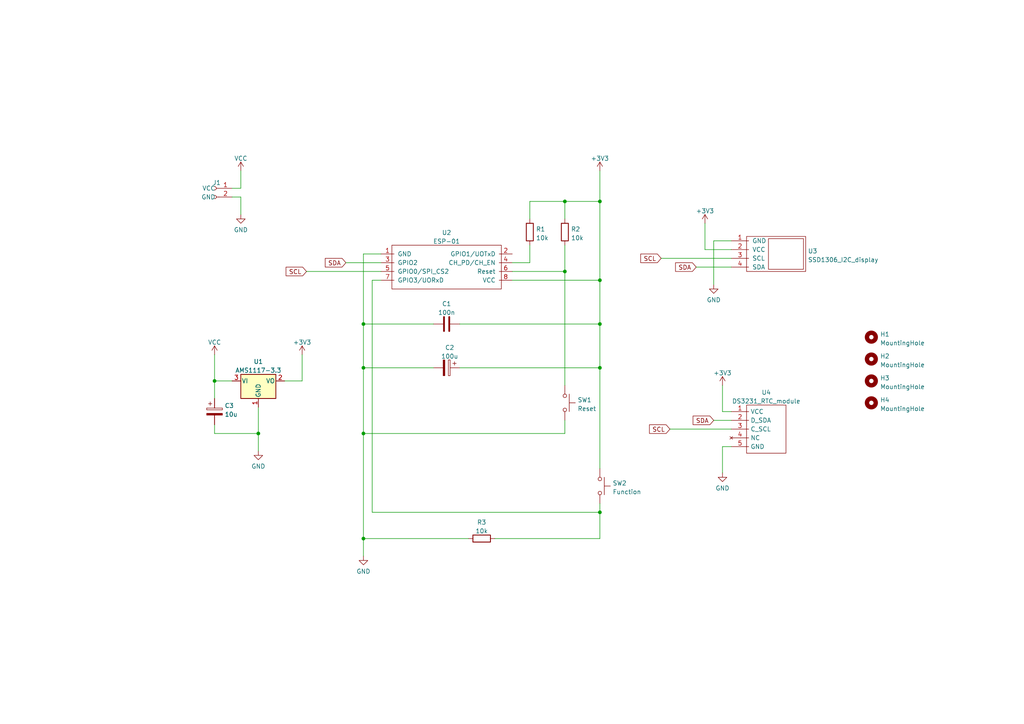
<source format=kicad_sch>
(kicad_sch (version 20211123) (generator eeschema)
  (paper "A4")
  (lib_symbols
    (symbol "Device:C" (pin_numbers hide) (pin_names (offset 0.254))
      (property "Reference" "C" (at 0.635 2.54 0))
      (property "Value" "C" (at 0.635 -2.54 0))
      (symbol "C_0_1"
        (polyline (pts (xy -2.032 -0.762) (xy 2.032 -0.762)) (stroke (width 0.508)))
        (polyline (pts (xy -2.032 0.762) (xy 2.032 0.762)) (stroke (width 0.508)))
      )
      (symbol "C_1_1"
        (pin passive line (at 0 3.81 270) (length 2.794) (name "~") (number "1"))
        (pin passive line (at 0 -3.81 90) (length 2.794) (name "~") (number "2"))
      )
    )
    (symbol "Device:C_Polarized" (pin_numbers hide) (pin_names (offset 0.254))
      (property "Reference" "C" (at 0.635 2.54 0))
      (property "Value" "C_Polarized" (at 0.635 -2.54 0))
      (symbol "C_Polarized_0_1"
        (rectangle (start -2.286 0.508) (end 2.286 1.016))
        (polyline (pts (xy -1.778 2.286) (xy -0.762 2.286)))
        (polyline (pts (xy -1.27 2.794) (xy -1.27 1.778)))
        (rectangle (start 2.286 -0.508) (end -2.286 -1.016) (fill (type outline)))
      )
      (symbol "C_Polarized_1_1"
        (pin passive line (at 0 3.81 270) (length 2.794) (name "~") (number "1"))
        (pin passive line (at 0 -3.81 90) (length 2.794) (name "~") (number "2"))
      )
    )
    (symbol "Device:R" (pin_numbers hide) (pin_names (offset 0))
      (property "Reference" "R" (at 2.032 0 90))
      (property "Value" "R" (at 0 0 90))
      (symbol "R_0_1"
        (rectangle (start -1.016 -2.54) (end 1.016 2.54) (stroke (width 0.254)))
      )
      (symbol "R_1_1"
        (pin passive line (at 0 3.81 270) (length 1.27) (name "~") (number "1"))
        (pin passive line (at 0 -3.81 90) (length 1.27) (name "~") (number "2"))
      )
    )
    (symbol "Mechanical:MountingHole" (pin_names (offset 1.016))
      (property "Reference" "H" (at 0 5.08 0))
      (property "Value" "MountingHole" (at 0 3.175 0))
      (symbol "MountingHole_0_1"
        (circle (center 0 0) (radius 1.27) (stroke (width 1.27)))
      )
    )
    (symbol "My_Arduino:ESP-01" (pin_names (offset 1.016))
      (property "Reference" "U" (at 4.445 3.81 0))
      (property "Value" "ESP-01" (at 6.985 -11.43 0))
      (symbol "ESP-01_0_1"
        (polyline (pts (xy 3.175 2.54) (xy 34.925 2.54) (xy 34.925 -10.16) (xy 3.175 -10.16) (xy 3.175 2.54)) (stroke (width 0.1524)))
      )
      (symbol "ESP-01_1_1"
        (pin output line (at 0 0 0) (length 3.81) (name "GND") (number "1"))
        (pin power_in line (at 38.1 0 180) (length 3.81) (name "GPIO1/UOTxD") (number "2"))
        (pin input line (at 0 -2.54 0) (length 3.81) (name "GPIO2") (number "3"))
        (pin tri_state line (at 38.1 -2.54 180) (length 3.81) (name "CH_PD/CH_EN") (number "4"))
        (pin input line (at 0 -5.08 0) (length 3.81) (name "GPIO0/SPI_CS2") (number "5"))
        (pin tri_state line (at 38.1 -5.08 180) (length 3.81) (name "Reset") (number "6"))
        (pin power_in line (at 0 -7.62 0) (length 3.81) (name "GPIO3/UORxD") (number "7"))
        (pin input line (at 38.1 -7.62 180) (length 3.81) (name "VCC") (number "8"))
      )
    )
    (symbol "My_Headers:2-pin_power_input_header" (pin_names (offset 1.016))
      (property "Reference" "J" (at 0 2.54 0))
      (symbol "2-pin_power_input_header_1_1"
        (arc (start 0 -2.032) (mid -0.508 -2.54) (end 0 -3.048) (stroke (width 0.1524)))
        (polyline (pts (xy -1.27 -2.54) (xy -0.508 -2.54)) (stroke (width 0.1524)))
        (polyline (pts (xy -1.27 0) (xy -0.508 0)) (stroke (width 0.1524)))
        (arc (start 0 0.508) (mid -0.508 0) (end 0 -0.508) (stroke (width 0.1524)))
        (pin power_out line (at -5.08 0 0) (length 3.81) (name "VCC") (number "1"))
        (pin power_out line (at -5.08 -2.54 0) (length 3.81) (name "GND") (number "2"))
      )
    )
    (symbol "My_Parts:DS3231_RTC_module"
      (property "Reference" "U" (at 5.715 3.175 0))
      (property "Value" "DS3231_RTC_module" (at 8.89 -13.335 0))
      (symbol "DS3231_RTC_module_0_1"
        (polyline (pts (xy 4.445 1.905) (xy 4.445 -12.065) (xy 15.875 -12.065) (xy 15.875 1.905) (xy 4.445 1.905)) (stroke (width 0.1524)))
      )
      (symbol "DS3231_RTC_module_1_1"
        (pin power_in line (at 0 -10.16 0) (length 5.08) (name "VCC") (number "1"))
        (pin bidirectional line (at 0 -7.62 0) (length 5.08) (name "D_SDA") (number "2"))
        (pin bidirectional line (at 0 -5.08 0) (length 5.08) (name "C_SCL") (number "3"))
        (pin no_connect line (at 0 -2.54 0) (length 5.08) (name "NC") (number "4"))
        (pin power_in line (at 0 0 0) (length 5.08) (name "GND") (number "5"))
      )
    )
    (symbol "My_Parts:SSD1306_I2C_display" (pin_names (offset 1.016))
      (property "Reference" "U" (at 5.715 2.54 0))
      (property "Value" "SSD1306_I2C_display" (at 12.7 -10.795 0))
      (symbol "SSD1306_I2C_display_0_1"
        (rectangle (start 4.445 1.27) (end 21.59 -8.89))
        (rectangle (start 10.795 0.635) (end 20.955 -8.255))
      )
      (symbol "SSD1306_I2C_display_1_1"
        (pin power_in line (at 0 0 0) (length 5.08) (name "GND") (number "1"))
        (pin power_in line (at 0 -2.54 0) (length 5.08) (name "VCC") (number "2"))
        (pin input line (at 0 -5.08 0) (length 5.08) (name "SCL") (number "3"))
        (pin input line (at 0 -7.62 0) (length 5.08) (name "SDA") (number "4"))
      )
    )
    (symbol "Regulator_Linear:AMS1117-3.3" (pin_names (offset 0.254))
      (property "Reference" "U" (at -3.81 3.175 0))
      (property "Value" "AMS1117-3.3" (at 0 3.175 0))
      (symbol "AMS1117-3.3_0_1"
        (rectangle (start -5.08 -5.08) (end 5.08 1.905) (stroke (width 0.254)) (fill (type background)))
      )
      (symbol "AMS1117-3.3_1_1"
        (pin power_in line (at 0 -7.62 90) (length 2.54) (name "GND") (number "1"))
        (pin power_out line (at 7.62 0 180) (length 2.54) (name "VO") (number "2"))
        (pin power_in line (at -7.62 0 0) (length 2.54) (name "VI") (number "3"))
      )
    )
    (symbol "Switch:SW_Push" (pin_numbers hide) (pin_names (offset 1.016) hide)
      (property "Reference" "SW" (at 1.27 2.54 0))
      (property "Value" "SW_Push" (at 0 -1.524 0))
      (symbol "SW_Push_0_1"
        (circle (center -2.032 0) (radius 0.508))
        (polyline (pts (xy 0 1.27) (xy 0 3.048)))
        (polyline (pts (xy 2.54 1.27) (xy -2.54 1.27)))
        (circle (center 2.032 0) (radius 0.508))
        (pin passive line (at -5.08 0 0) (length 2.54) (name "1") (number "1"))
        (pin passive line (at 5.08 0 180) (length 2.54) (name "2") (number "2"))
      )
    )
    (symbol "power:+3.3V" (power) (pin_names (offset 0))
      (property "Value" "+3.3V" (at 0 3.556 0))
      (symbol "+3.3V_0_1"
        (polyline (pts (xy -0.762 1.27) (xy 0 2.54)))
        (polyline (pts (xy 0 0) (xy 0 2.54)))
        (polyline (pts (xy 0 2.54) (xy 0.762 1.27)))
      )
      (symbol "+3.3V_1_1"
        (pin power_in line (at 0 0 90) (length 0) hide (name "+3V3") (number "1"))
      )
    )
    (symbol "power:GND" (power) (pin_names (offset 0))
      (property "Value" "GND" (at 0 -3.81 0))
      (symbol "GND_0_1"
        (polyline (pts (xy 0 0) (xy 0 -1.27) (xy 1.27 -1.27) (xy 0 -2.54) (xy -1.27 -1.27) (xy 0 -1.27)))
      )
      (symbol "GND_1_1"
        (pin power_in line (at 0 0 270) (length 0) hide (name "GND") (number "1"))
      )
    )
    (symbol "power:VCC" (power) (pin_names (offset 0))
      (property "Value" "VCC" (at 0 3.81 0))
      (symbol "VCC_0_1"
        (polyline (pts (xy -0.762 1.27) (xy 0 2.54)))
        (polyline (pts (xy 0 0) (xy 0 2.54)))
        (polyline (pts (xy 0 2.54) (xy 0.762 1.27)))
      )
      (symbol "VCC_1_1"
        (pin power_in line (at 0 0 90) (length 0) hide (name "VCC") (number "1"))
      )
    )
  )
  (junction (at 62.23 110.49))
  (junction (at 173.99 81.28))
  (junction (at 74.93 125.73))
  (junction (at 173.99 148.59))
  (junction (at 105.41 125.73))
  (junction (at 163.83 78.74))
  (junction (at 163.83 58.42))
  (junction (at 173.99 106.68))
  (junction (at 105.41 93.98))
  (junction (at 105.41 156.21))
  (junction (at 173.99 93.98))
  (junction (at 105.41 106.68))
  (junction (at 173.99 58.42))
  (wire (pts (xy 69.85 57.15) (xy 69.85 62.23)))
  (wire (pts (xy 107.95 148.59) (xy 173.99 148.59)))
  (wire (pts (xy 67.31 54.61) (xy 69.85 54.61)))
  (wire (pts (xy 143.51 156.21) (xy 173.99 156.21)))
  (wire (pts (xy 105.41 93.98) (xy 125.73 93.98)))
  (wire (pts (xy 110.49 73.66) (xy 105.41 73.66)))
  (wire (pts (xy 173.99 106.68) (xy 173.99 135.89)))
  (wire (pts (xy 62.23 125.73) (xy 74.93 125.73)))
  (wire (pts (xy 207.01 82.55) (xy 207.01 69.85)))
  (wire (pts (xy 153.67 63.5) (xy 153.67 58.42)))
  (wire (pts (xy 133.35 93.98) (xy 173.99 93.98)))
  (wire (pts (xy 173.99 58.42) (xy 173.99 81.28)))
  (wire (pts (xy 194.31 124.46) (xy 212.09 124.46)))
  (wire (pts (xy 107.95 81.28) (xy 107.95 148.59)))
  (wire (pts (xy 82.55 110.49) (xy 87.63 110.49)))
  (wire (pts (xy 163.83 78.74) (xy 163.83 111.76)))
  (wire (pts (xy 204.47 72.39) (xy 204.47 64.77)))
  (wire (pts (xy 212.09 72.39) (xy 204.47 72.39)))
  (wire (pts (xy 209.55 119.38) (xy 209.55 111.76)))
  (wire (pts (xy 163.83 58.42) (xy 173.99 58.42)))
  (wire (pts (xy 74.93 125.73) (xy 74.93 130.81)))
  (wire (pts (xy 105.41 125.73) (xy 163.83 125.73)))
  (wire (pts (xy 191.77 74.93) (xy 212.09 74.93)))
  (wire (pts (xy 62.23 110.49) (xy 62.23 115.57)))
  (wire (pts (xy 105.41 106.68) (xy 105.41 125.73)))
  (wire (pts (xy 163.83 78.74) (xy 163.83 71.12)))
  (wire (pts (xy 69.85 54.61) (xy 69.85 49.53)))
  (wire (pts (xy 105.41 73.66) (xy 105.41 93.98)))
  (wire (pts (xy 209.55 137.16) (xy 209.55 129.54)))
  (wire (pts (xy 173.99 49.53) (xy 173.99 58.42)))
  (wire (pts (xy 105.41 106.68) (xy 125.73 106.68)))
  (wire (pts (xy 110.49 81.28) (xy 107.95 81.28)))
  (wire (pts (xy 87.63 110.49) (xy 87.63 102.87)))
  (wire (pts (xy 148.59 78.74) (xy 163.83 78.74)))
  (wire (pts (xy 100.33 76.2) (xy 110.49 76.2)))
  (wire (pts (xy 163.83 58.42) (xy 163.83 63.5)))
  (wire (pts (xy 209.55 119.38) (xy 212.09 119.38)))
  (wire (pts (xy 173.99 148.59) (xy 173.99 146.05)))
  (wire (pts (xy 88.9 78.74) (xy 110.49 78.74)))
  (wire (pts (xy 173.99 93.98) (xy 173.99 81.28)))
  (wire (pts (xy 148.59 81.28) (xy 173.99 81.28)))
  (wire (pts (xy 207.01 69.85) (xy 212.09 69.85)))
  (wire (pts (xy 105.41 156.21) (xy 105.41 161.29)))
  (wire (pts (xy 153.67 58.42) (xy 163.83 58.42)))
  (wire (pts (xy 133.35 106.68) (xy 173.99 106.68)))
  (wire (pts (xy 105.41 156.21) (xy 135.89 156.21)))
  (wire (pts (xy 173.99 148.59) (xy 173.99 156.21)))
  (wire (pts (xy 163.83 121.92) (xy 163.83 125.73)))
  (wire (pts (xy 153.67 76.2) (xy 153.67 71.12)))
  (wire (pts (xy 62.23 102.87) (xy 62.23 110.49)))
  (wire (pts (xy 74.93 118.11) (xy 74.93 125.73)))
  (wire (pts (xy 209.55 129.54) (xy 212.09 129.54)))
  (wire (pts (xy 207.01 121.92) (xy 212.09 121.92)))
  (wire (pts (xy 201.93 77.47) (xy 212.09 77.47)))
  (wire (pts (xy 148.59 76.2) (xy 153.67 76.2)))
  (wire (pts (xy 62.23 110.49) (xy 67.31 110.49)))
  (wire (pts (xy 105.41 93.98) (xy 105.41 106.68)))
  (wire (pts (xy 62.23 123.19) (xy 62.23 125.73)))
  (wire (pts (xy 173.99 106.68) (xy 173.99 93.98)))
  (wire (pts (xy 67.31 57.15) (xy 69.85 57.15)))
  (wire (pts (xy 105.41 125.73) (xy 105.41 156.21)))
  (global_label "SDA" (shape input) (at 201.93 77.47 180) (property "Intersheet References" "${INTERSHEET_REFS}" (effects hide)))
  (global_label "SCL" (shape input) (at 191.77 74.93 180) (property "Intersheet References" "${INTERSHEET_REFS}" (effects hide)))
  (global_label "SCL" (shape input) (at 194.31 124.46 180) (property "Intersheet References" "${INTERSHEET_REFS}" (effects hide)))
  (global_label "SDA" (shape input) (at 207.01 121.92 180) (property "Intersheet References" "${INTERSHEET_REFS}" (effects hide)))
  (global_label "SCL" (shape input) (at 88.9 78.74 180) (property "Intersheet References" "${INTERSHEET_REFS}" (effects hide)))
  (global_label "SDA" (shape input) (at 100.33 76.2 180) (property "Intersheet References" "${INTERSHEET_REFS}" (effects hide)))
  (symbol (lib_id "Device:R") (at 163.83 67.31 0) (unit 1)
    (property "Reference" "R2" (at 165.608 66.4753 0) (effects (justify left)))
    (property "Value" "10k" (at 165.608 69.0122 0) (effects (justify left)))
    (property "Footprint" "My_Misc:R_Axial_DIN0207_L6.3mm_D2.5mm_P10.16mm_Horizontal_larger_pads" (effects hide))
  )
  (symbol (lib_id "power:+3.3V") (at 204.47 64.77 0) (unit 1)
    (property "Reference" "#PWR0109" (effects hide))
    (property "Value" "+3.3V" (at 204.47 61.1942 0))
  )
  (symbol (lib_id "power:+3.3V") (at 173.99 49.53 0) (unit 1)
    (property "Reference" "#PWR0111" (effects hide))
    (property "Value" "+3.3V" (at 173.99 45.9542 0))
  )
  (symbol (lib_id "Device:C") (at 129.54 93.98 90) (unit 1)
    (property "Reference" "C1" (at 129.54 88.1212 90))
    (property "Value" "100n" (at 129.54 90.6581 90))
    (property "Footprint" "My_Misc:C_Disc_D3.0mm_W1.6mm_P2.50mm_larg" (effects hide))
  )
  (symbol (lib_id "Device:C_Polarized") (at 62.23 119.38 0) (unit 1)
    (property "Reference" "C3" (at 65.151 117.6563 0) (effects (justify left)))
    (property "Value" "10u" (at 65.151 120.1932 0) (effects (justify left)))
    (property "Footprint" "My_Misc:CP_Radial_D5.0mm_P2.00mm_larger" (effects hide))
  )
  (symbol (lib_id "power:VCC") (at 62.23 102.87 0) (unit 1)
    (property "Reference" "#PWR0104" (effects hide))
    (property "Value" "VCC" (at 62.23 99.2942 0))
  )
  (symbol (lib_id "Mechanical:MountingHole") (at 252.73 110.49 0) (unit 1)
    (property "Reference" "H3" (at 255.27 109.6553 0) (effects (justify left)))
    (property "Value" "MountingHole" (at 255.27 112.1922 0) (effects (justify left)))
    (property "Footprint" "MountingHole:MountingHole_3.2mm_M3" (effects hide))
  )
  (symbol (lib_id "Mechanical:MountingHole") (at 252.73 97.79 0) (unit 1)
    (property "Reference" "H1" (at 255.27 96.9553 0) (effects (justify left)))
    (property "Value" "MountingHole" (at 255.27 99.4922 0) (effects (justify left)))
    (property "Footprint" "MountingHole:MountingHole_3.2mm_M3" (effects hide))
  )
  (symbol (lib_id "power:VCC") (at 69.85 49.53 0) (unit 1)
    (property "Reference" "#PWR0107" (effects hide))
    (property "Value" "VCC" (at 69.85 45.9542 0))
  )
  (symbol (lib_id "Device:R") (at 153.67 67.31 0) (unit 1)
    (property "Reference" "R1" (at 155.448 66.4753 0) (effects (justify left)))
    (property "Value" "10k" (at 155.448 69.0122 0) (effects (justify left)))
    (property "Footprint" "My_Misc:R_Axial_DIN0207_L6.3mm_D2.5mm_P10.16mm_Horizontal_larger_pads" (effects hide))
  )
  (symbol (lib_id "power:+3.3V") (at 209.55 111.76 0) (unit 1)
    (property "Reference" "#PWR0110" (effects hide))
    (property "Value" "+3.3V" (at 209.55 108.1842 0))
  )
  (symbol (lib_id "Switch:SW_Push") (at 173.99 140.97 270) (unit 1)
    (property "Reference" "SW2" (at 177.673 140.1353 90) (effects (justify left)))
    (property "Value" "Function" (at 177.673 142.6722 90) (effects (justify left)))
    (property "Footprint" "My_Misc:SW_PUSH_6mm_large" (effects hide))
  )
  (symbol (lib_id "power:GND") (at 74.93 130.81 0) (unit 1)
    (property "Reference" "#PWR0105" (effects hide))
    (property "Value" "GND" (at 74.93 135.2534 0))
  )
  (symbol (lib_id "Switch:SW_Push") (at 163.83 116.84 270) (unit 1)
    (property "Reference" "SW1" (at 167.513 116.0053 90) (effects (justify left)))
    (property "Value" "Reset" (at 167.513 118.5422 90) (effects (justify left)))
    (property "Footprint" "My_Misc:SW_PUSH_6mm_large" (effects hide))
  )
  (symbol (lib_id "Regulator_Linear:AMS1117-3.3") (at 74.93 110.49 0) (unit 1)
    (property "Reference" "U1" (at 74.93 104.8852 0))
    (property "Value" "AMS1117-3.3" (at 74.93 107.4221 0))
    (property "Footprint" "Package_TO_SOT_SMD:SOT-223-3_TabPin2" (effects hide))
    (property "Datasheet" "http://www.advanced-monolithic.com/pdf/ds1117.pdf" (effects hide))
  )
  (symbol (lib_id "Device:C_Polarized") (at 129.54 106.68 270) (unit 1)
    (property "Reference" "C2" (at 130.429 100.8212 90))
    (property "Value" "100u" (at 130.429 103.3581 90))
    (property "Footprint" "My_Misc:CP_Radial_D5.0mm_P2.00mm_larger" (effects hide))
  )
  (symbol (lib_id "My_Parts:SSD1306_I2C_display") (at 212.09 69.85 0) (unit 1)
    (property "Reference" "U3" (at 234.315 72.8253 0) (effects (justify left)))
    (property "Value" "SSD1306_I2C_display" (at 234.315 75.3622 0) (effects (justify left)))
    (property "Footprint" "My_Parts:SSD1306_I2C_0.96_OLED_display_large" (effects hide))
  )
  (symbol (lib_id "power:GND") (at 105.41 161.29 0) (unit 1)
    (property "Reference" "#PWR0101" (effects hide))
    (property "Value" "GND" (at 105.41 165.7334 0))
  )
  (symbol (lib_id "power:GND") (at 69.85 62.23 0) (unit 1)
    (property "Reference" "#PWR0108" (effects hide))
    (property "Value" "GND" (at 69.85 66.6734 0))
  )
  (symbol (lib_id "Mechanical:MountingHole") (at 252.73 116.84 0) (unit 1)
    (property "Reference" "H4" (at 255.27 116.0053 0) (effects (justify left)))
    (property "Value" "MountingHole" (at 255.27 118.5422 0) (effects (justify left)))
    (property "Footprint" "MountingHole:MountingHole_3.2mm_M3" (effects hide))
  )
  (symbol (lib_id "Device:R") (at 139.7 156.21 90) (unit 1)
    (property "Reference" "R3" (at 139.7 151.4942 90))
    (property "Value" "10k" (at 139.7 154.0311 90))
    (property "Footprint" "My_Misc:R_Axial_DIN0207_L6.3mm_D2.5mm_P10.16mm_Horizontal_larger_pads" (effects hide))
  )
  (symbol (lib_id "power:GND") (at 209.55 137.16 0) (unit 1)
    (property "Reference" "#PWR0102" (effects hide))
    (property "Value" "GND" (at 209.55 141.6034 0))
  )
  (symbol (lib_id "power:GND") (at 207.01 82.55 0) (unit 1)
    (property "Reference" "#PWR0106" (effects hide))
    (property "Value" "GND" (at 207.01 86.9934 0))
  )
  (symbol (lib_id "My_Headers:2-pin_power_input_header") (at 62.23 54.61 0) (mirror y) (unit 1)
    (property "Reference" "J1" (at 62.865 52.99 0))
    (property "Value" "2-pin_power_input_header" (effects hide))
    (property "Footprint" "My_Headers:2-pin_power_input_header_larger_pads" (effects hide))
  )
  (symbol (lib_id "Mechanical:MountingHole") (at 252.73 104.14 0) (unit 1)
    (property "Reference" "H2" (at 255.27 103.3053 0) (effects (justify left)))
    (property "Value" "MountingHole" (at 255.27 105.8422 0) (effects (justify left)))
    (property "Footprint" "MountingHole:MountingHole_3.2mm_M3" (effects hide))
  )
  (symbol (lib_id "power:+3.3V") (at 87.63 102.87 0) (unit 1)
    (property "Reference" "#PWR0103" (effects hide))
    (property "Value" "+3.3V" (at 87.63 99.2942 0))
  )
  (symbol (lib_id "My_Arduino:ESP-01") (at 110.49 73.66 0) (unit 1)
    (property "Reference" "U2" (at 129.54 67.471 0))
    (property "Value" "ESP-01" (at 129.54 70.0079 0))
    (property "Footprint" "My_ESP8266:ESP-01_w_pin_socket_large" (effects hide))
    (property "Datasheet" "http://l0l.org.uk/2014/12/esp8266-modules-hardware-guide-gotta-catch-em-all/" (effects hide))
  )
  (symbol (lib_id "My_Parts:DS3231_RTC_module") (at 212.09 129.54 0) (mirror x) (unit 1)
    (property "Reference" "U4" (at 222.25 113.826 0))
    (property "Value" "DS3231_RTC_module" (at 222.25 116.3629 0))
    (property "Footprint" "My_Parts:DS3231_RTC_module_large" (effects hide))
  )
)
</source>
